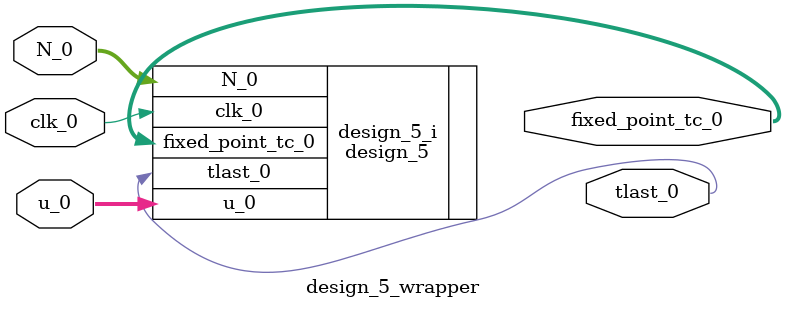
<source format=v>
`timescale 1 ps / 1 ps

module design_5_wrapper
   (N_0,
    clk_0,
    fixed_point_tc_0,
    tlast_0,
    u_0);
  input [7:0]N_0;
  input clk_0;
  output [15:0]fixed_point_tc_0;
  output tlast_0;
  input [7:0]u_0;

  wire [7:0]N_0;
  wire clk_0;
  wire [15:0]fixed_point_tc_0;
  wire tlast_0;
  wire [7:0]u_0;

  design_5 design_5_i
       (.N_0(N_0),
        .clk_0(clk_0),
        .fixed_point_tc_0(fixed_point_tc_0),
        .tlast_0(tlast_0),
        .u_0(u_0));
endmodule

</source>
